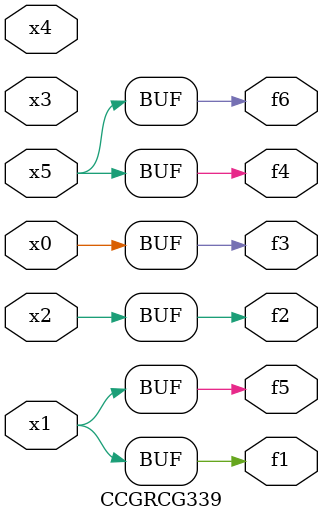
<source format=v>
module CCGRCG339(
	input x0, x1, x2, x3, x4, x5,
	output f1, f2, f3, f4, f5, f6
);
	assign f1 = x1;
	assign f2 = x2;
	assign f3 = x0;
	assign f4 = x5;
	assign f5 = x1;
	assign f6 = x5;
endmodule

</source>
